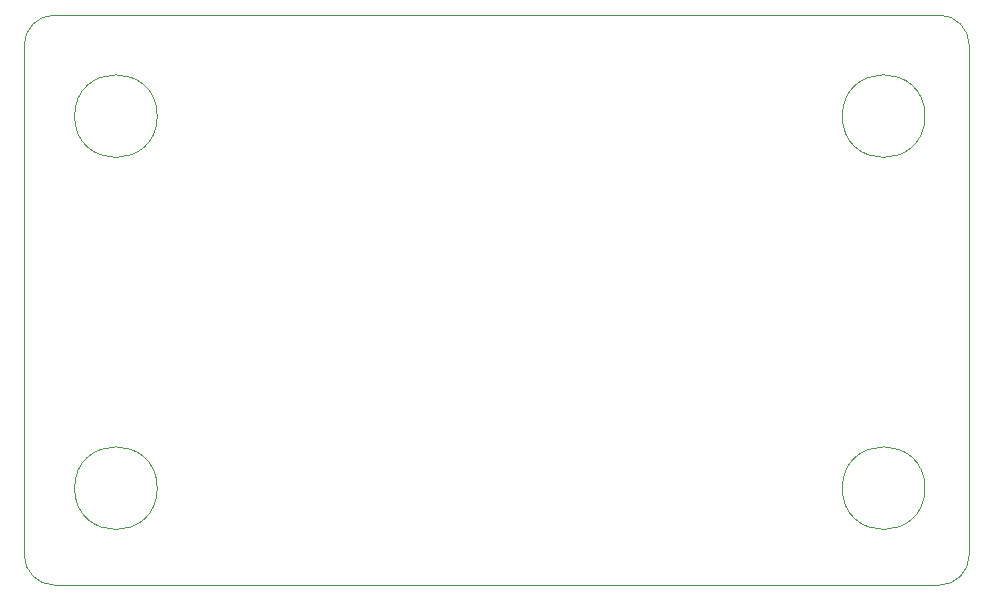
<source format=gbr>
%TF.GenerationSoftware,KiCad,Pcbnew,7.0.2*%
%TF.CreationDate,2024-03-26T11:17:04+09:00*%
%TF.ProjectId,dual_arduino_macplus_adapter,6475616c-5f61-4726-9475-696e6f5f6d61,rev?*%
%TF.SameCoordinates,Original*%
%TF.FileFunction,Profile,NP*%
%FSLAX46Y46*%
G04 Gerber Fmt 4.6, Leading zero omitted, Abs format (unit mm)*
G04 Created by KiCad (PCBNEW 7.0.2) date 2024-03-26 11:17:04*
%MOMM*%
%LPD*%
G01*
G04 APERTURE LIST*
%TA.AperFunction,Profile*%
%ADD10C,0.100000*%
%TD*%
G04 APERTURE END LIST*
D10*
X156210000Y-92710000D02*
X81280000Y-92710000D01*
X158750000Y-46990000D02*
X158750000Y-90170000D01*
X81280000Y-44450000D02*
X156210000Y-44450000D01*
X78740000Y-90170000D02*
X78740000Y-46990000D01*
X78740000Y-90170000D02*
G75*
G03*
X81280000Y-92710000I2540000J0D01*
G01*
X156210000Y-92710000D02*
G75*
G03*
X158750000Y-90170000I0J2540000D01*
G01*
X158750000Y-46990000D02*
G75*
G03*
X156210000Y-44450000I-2540000J0D01*
G01*
X81280000Y-44450000D02*
G75*
G03*
X78740000Y-46990000I0J-2540000D01*
G01*
X90000000Y-84500000D02*
G75*
G03*
X90000000Y-84500000I-3500000J0D01*
G01*
X155000000Y-84500000D02*
G75*
G03*
X155000000Y-84500000I-3500000J0D01*
G01*
X155000000Y-53000000D02*
G75*
G03*
X155000000Y-53000000I-3500000J0D01*
G01*
X90000000Y-53000000D02*
G75*
G03*
X90000000Y-53000000I-3500000J0D01*
G01*
M02*

</source>
